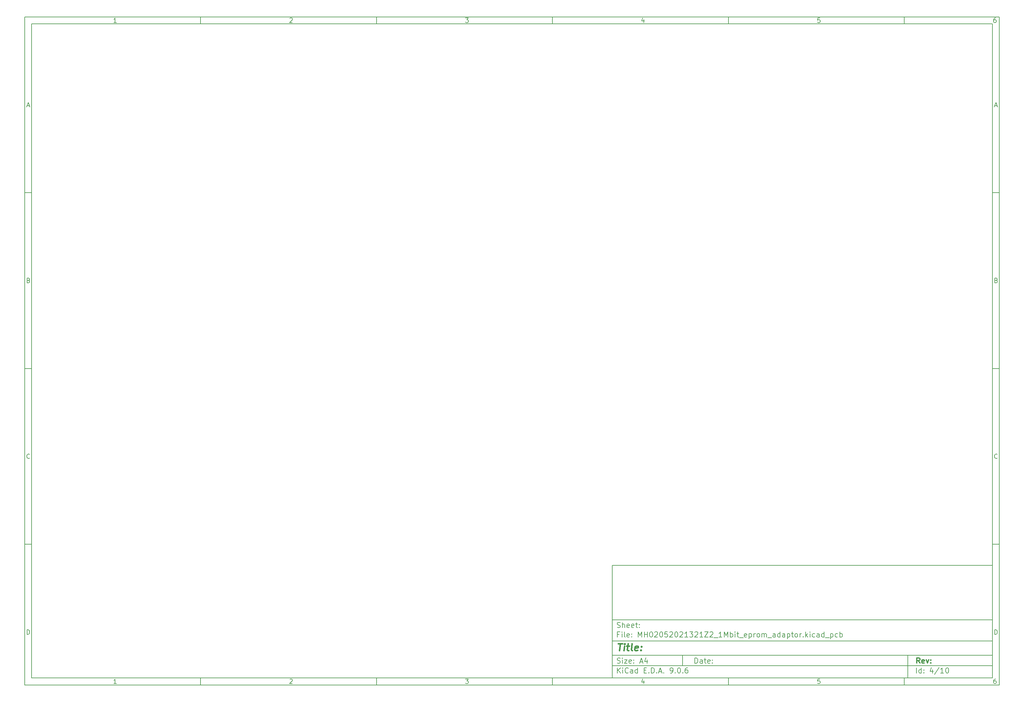
<source format=gbr>
%TF.GenerationSoftware,KiCad,Pcbnew,9.0.6*%
%TF.CreationDate,2026-01-11T11:31:52+09:00*%
%TF.ProjectId,MH02052021321Z2_1Mbit_eprom_adaptor,4d483032-3035-4323-9032-313332315a32,rev?*%
%TF.SameCoordinates,Original*%
%TF.FileFunction,Paste,Bot*%
%TF.FilePolarity,Positive*%
%FSLAX46Y46*%
G04 Gerber Fmt 4.6, Leading zero omitted, Abs format (unit mm)*
G04 Created by KiCad (PCBNEW 9.0.6) date 2026-01-11 11:31:52*
%MOMM*%
%LPD*%
G01*
G04 APERTURE LIST*
%ADD10C,0.100000*%
%ADD11C,0.150000*%
%ADD12C,0.300000*%
%ADD13C,0.400000*%
G04 APERTURE END LIST*
D10*
D11*
X177002200Y-166007200D02*
X285002200Y-166007200D01*
X285002200Y-198007200D01*
X177002200Y-198007200D01*
X177002200Y-166007200D01*
D10*
D11*
X10000000Y-10000000D02*
X287002200Y-10000000D01*
X287002200Y-200007200D01*
X10000000Y-200007200D01*
X10000000Y-10000000D01*
D10*
D11*
X12000000Y-12000000D02*
X285002200Y-12000000D01*
X285002200Y-198007200D01*
X12000000Y-198007200D01*
X12000000Y-12000000D01*
D10*
D11*
X60000000Y-12000000D02*
X60000000Y-10000000D01*
D10*
D11*
X110000000Y-12000000D02*
X110000000Y-10000000D01*
D10*
D11*
X160000000Y-12000000D02*
X160000000Y-10000000D01*
D10*
D11*
X210000000Y-12000000D02*
X210000000Y-10000000D01*
D10*
D11*
X260000000Y-12000000D02*
X260000000Y-10000000D01*
D10*
D11*
X36089160Y-11593604D02*
X35346303Y-11593604D01*
X35717731Y-11593604D02*
X35717731Y-10293604D01*
X35717731Y-10293604D02*
X35593922Y-10479319D01*
X35593922Y-10479319D02*
X35470112Y-10603128D01*
X35470112Y-10603128D02*
X35346303Y-10665033D01*
D10*
D11*
X85346303Y-10417414D02*
X85408207Y-10355509D01*
X85408207Y-10355509D02*
X85532017Y-10293604D01*
X85532017Y-10293604D02*
X85841541Y-10293604D01*
X85841541Y-10293604D02*
X85965350Y-10355509D01*
X85965350Y-10355509D02*
X86027255Y-10417414D01*
X86027255Y-10417414D02*
X86089160Y-10541223D01*
X86089160Y-10541223D02*
X86089160Y-10665033D01*
X86089160Y-10665033D02*
X86027255Y-10850747D01*
X86027255Y-10850747D02*
X85284398Y-11593604D01*
X85284398Y-11593604D02*
X86089160Y-11593604D01*
D10*
D11*
X135284398Y-10293604D02*
X136089160Y-10293604D01*
X136089160Y-10293604D02*
X135655826Y-10788842D01*
X135655826Y-10788842D02*
X135841541Y-10788842D01*
X135841541Y-10788842D02*
X135965350Y-10850747D01*
X135965350Y-10850747D02*
X136027255Y-10912652D01*
X136027255Y-10912652D02*
X136089160Y-11036461D01*
X136089160Y-11036461D02*
X136089160Y-11345985D01*
X136089160Y-11345985D02*
X136027255Y-11469795D01*
X136027255Y-11469795D02*
X135965350Y-11531700D01*
X135965350Y-11531700D02*
X135841541Y-11593604D01*
X135841541Y-11593604D02*
X135470112Y-11593604D01*
X135470112Y-11593604D02*
X135346303Y-11531700D01*
X135346303Y-11531700D02*
X135284398Y-11469795D01*
D10*
D11*
X185965350Y-10726938D02*
X185965350Y-11593604D01*
X185655826Y-10231700D02*
X185346303Y-11160271D01*
X185346303Y-11160271D02*
X186151064Y-11160271D01*
D10*
D11*
X236027255Y-10293604D02*
X235408207Y-10293604D01*
X235408207Y-10293604D02*
X235346303Y-10912652D01*
X235346303Y-10912652D02*
X235408207Y-10850747D01*
X235408207Y-10850747D02*
X235532017Y-10788842D01*
X235532017Y-10788842D02*
X235841541Y-10788842D01*
X235841541Y-10788842D02*
X235965350Y-10850747D01*
X235965350Y-10850747D02*
X236027255Y-10912652D01*
X236027255Y-10912652D02*
X236089160Y-11036461D01*
X236089160Y-11036461D02*
X236089160Y-11345985D01*
X236089160Y-11345985D02*
X236027255Y-11469795D01*
X236027255Y-11469795D02*
X235965350Y-11531700D01*
X235965350Y-11531700D02*
X235841541Y-11593604D01*
X235841541Y-11593604D02*
X235532017Y-11593604D01*
X235532017Y-11593604D02*
X235408207Y-11531700D01*
X235408207Y-11531700D02*
X235346303Y-11469795D01*
D10*
D11*
X285965350Y-10293604D02*
X285717731Y-10293604D01*
X285717731Y-10293604D02*
X285593922Y-10355509D01*
X285593922Y-10355509D02*
X285532017Y-10417414D01*
X285532017Y-10417414D02*
X285408207Y-10603128D01*
X285408207Y-10603128D02*
X285346303Y-10850747D01*
X285346303Y-10850747D02*
X285346303Y-11345985D01*
X285346303Y-11345985D02*
X285408207Y-11469795D01*
X285408207Y-11469795D02*
X285470112Y-11531700D01*
X285470112Y-11531700D02*
X285593922Y-11593604D01*
X285593922Y-11593604D02*
X285841541Y-11593604D01*
X285841541Y-11593604D02*
X285965350Y-11531700D01*
X285965350Y-11531700D02*
X286027255Y-11469795D01*
X286027255Y-11469795D02*
X286089160Y-11345985D01*
X286089160Y-11345985D02*
X286089160Y-11036461D01*
X286089160Y-11036461D02*
X286027255Y-10912652D01*
X286027255Y-10912652D02*
X285965350Y-10850747D01*
X285965350Y-10850747D02*
X285841541Y-10788842D01*
X285841541Y-10788842D02*
X285593922Y-10788842D01*
X285593922Y-10788842D02*
X285470112Y-10850747D01*
X285470112Y-10850747D02*
X285408207Y-10912652D01*
X285408207Y-10912652D02*
X285346303Y-11036461D01*
D10*
D11*
X60000000Y-198007200D02*
X60000000Y-200007200D01*
D10*
D11*
X110000000Y-198007200D02*
X110000000Y-200007200D01*
D10*
D11*
X160000000Y-198007200D02*
X160000000Y-200007200D01*
D10*
D11*
X210000000Y-198007200D02*
X210000000Y-200007200D01*
D10*
D11*
X260000000Y-198007200D02*
X260000000Y-200007200D01*
D10*
D11*
X36089160Y-199600804D02*
X35346303Y-199600804D01*
X35717731Y-199600804D02*
X35717731Y-198300804D01*
X35717731Y-198300804D02*
X35593922Y-198486519D01*
X35593922Y-198486519D02*
X35470112Y-198610328D01*
X35470112Y-198610328D02*
X35346303Y-198672233D01*
D10*
D11*
X85346303Y-198424614D02*
X85408207Y-198362709D01*
X85408207Y-198362709D02*
X85532017Y-198300804D01*
X85532017Y-198300804D02*
X85841541Y-198300804D01*
X85841541Y-198300804D02*
X85965350Y-198362709D01*
X85965350Y-198362709D02*
X86027255Y-198424614D01*
X86027255Y-198424614D02*
X86089160Y-198548423D01*
X86089160Y-198548423D02*
X86089160Y-198672233D01*
X86089160Y-198672233D02*
X86027255Y-198857947D01*
X86027255Y-198857947D02*
X85284398Y-199600804D01*
X85284398Y-199600804D02*
X86089160Y-199600804D01*
D10*
D11*
X135284398Y-198300804D02*
X136089160Y-198300804D01*
X136089160Y-198300804D02*
X135655826Y-198796042D01*
X135655826Y-198796042D02*
X135841541Y-198796042D01*
X135841541Y-198796042D02*
X135965350Y-198857947D01*
X135965350Y-198857947D02*
X136027255Y-198919852D01*
X136027255Y-198919852D02*
X136089160Y-199043661D01*
X136089160Y-199043661D02*
X136089160Y-199353185D01*
X136089160Y-199353185D02*
X136027255Y-199476995D01*
X136027255Y-199476995D02*
X135965350Y-199538900D01*
X135965350Y-199538900D02*
X135841541Y-199600804D01*
X135841541Y-199600804D02*
X135470112Y-199600804D01*
X135470112Y-199600804D02*
X135346303Y-199538900D01*
X135346303Y-199538900D02*
X135284398Y-199476995D01*
D10*
D11*
X185965350Y-198734138D02*
X185965350Y-199600804D01*
X185655826Y-198238900D02*
X185346303Y-199167471D01*
X185346303Y-199167471D02*
X186151064Y-199167471D01*
D10*
D11*
X236027255Y-198300804D02*
X235408207Y-198300804D01*
X235408207Y-198300804D02*
X235346303Y-198919852D01*
X235346303Y-198919852D02*
X235408207Y-198857947D01*
X235408207Y-198857947D02*
X235532017Y-198796042D01*
X235532017Y-198796042D02*
X235841541Y-198796042D01*
X235841541Y-198796042D02*
X235965350Y-198857947D01*
X235965350Y-198857947D02*
X236027255Y-198919852D01*
X236027255Y-198919852D02*
X236089160Y-199043661D01*
X236089160Y-199043661D02*
X236089160Y-199353185D01*
X236089160Y-199353185D02*
X236027255Y-199476995D01*
X236027255Y-199476995D02*
X235965350Y-199538900D01*
X235965350Y-199538900D02*
X235841541Y-199600804D01*
X235841541Y-199600804D02*
X235532017Y-199600804D01*
X235532017Y-199600804D02*
X235408207Y-199538900D01*
X235408207Y-199538900D02*
X235346303Y-199476995D01*
D10*
D11*
X285965350Y-198300804D02*
X285717731Y-198300804D01*
X285717731Y-198300804D02*
X285593922Y-198362709D01*
X285593922Y-198362709D02*
X285532017Y-198424614D01*
X285532017Y-198424614D02*
X285408207Y-198610328D01*
X285408207Y-198610328D02*
X285346303Y-198857947D01*
X285346303Y-198857947D02*
X285346303Y-199353185D01*
X285346303Y-199353185D02*
X285408207Y-199476995D01*
X285408207Y-199476995D02*
X285470112Y-199538900D01*
X285470112Y-199538900D02*
X285593922Y-199600804D01*
X285593922Y-199600804D02*
X285841541Y-199600804D01*
X285841541Y-199600804D02*
X285965350Y-199538900D01*
X285965350Y-199538900D02*
X286027255Y-199476995D01*
X286027255Y-199476995D02*
X286089160Y-199353185D01*
X286089160Y-199353185D02*
X286089160Y-199043661D01*
X286089160Y-199043661D02*
X286027255Y-198919852D01*
X286027255Y-198919852D02*
X285965350Y-198857947D01*
X285965350Y-198857947D02*
X285841541Y-198796042D01*
X285841541Y-198796042D02*
X285593922Y-198796042D01*
X285593922Y-198796042D02*
X285470112Y-198857947D01*
X285470112Y-198857947D02*
X285408207Y-198919852D01*
X285408207Y-198919852D02*
X285346303Y-199043661D01*
D10*
D11*
X10000000Y-60000000D02*
X12000000Y-60000000D01*
D10*
D11*
X10000000Y-110000000D02*
X12000000Y-110000000D01*
D10*
D11*
X10000000Y-160000000D02*
X12000000Y-160000000D01*
D10*
D11*
X10690476Y-35222176D02*
X11309523Y-35222176D01*
X10566666Y-35593604D02*
X10999999Y-34293604D01*
X10999999Y-34293604D02*
X11433333Y-35593604D01*
D10*
D11*
X11092857Y-84912652D02*
X11278571Y-84974557D01*
X11278571Y-84974557D02*
X11340476Y-85036461D01*
X11340476Y-85036461D02*
X11402380Y-85160271D01*
X11402380Y-85160271D02*
X11402380Y-85345985D01*
X11402380Y-85345985D02*
X11340476Y-85469795D01*
X11340476Y-85469795D02*
X11278571Y-85531700D01*
X11278571Y-85531700D02*
X11154761Y-85593604D01*
X11154761Y-85593604D02*
X10659523Y-85593604D01*
X10659523Y-85593604D02*
X10659523Y-84293604D01*
X10659523Y-84293604D02*
X11092857Y-84293604D01*
X11092857Y-84293604D02*
X11216666Y-84355509D01*
X11216666Y-84355509D02*
X11278571Y-84417414D01*
X11278571Y-84417414D02*
X11340476Y-84541223D01*
X11340476Y-84541223D02*
X11340476Y-84665033D01*
X11340476Y-84665033D02*
X11278571Y-84788842D01*
X11278571Y-84788842D02*
X11216666Y-84850747D01*
X11216666Y-84850747D02*
X11092857Y-84912652D01*
X11092857Y-84912652D02*
X10659523Y-84912652D01*
D10*
D11*
X11402380Y-135469795D02*
X11340476Y-135531700D01*
X11340476Y-135531700D02*
X11154761Y-135593604D01*
X11154761Y-135593604D02*
X11030952Y-135593604D01*
X11030952Y-135593604D02*
X10845238Y-135531700D01*
X10845238Y-135531700D02*
X10721428Y-135407890D01*
X10721428Y-135407890D02*
X10659523Y-135284080D01*
X10659523Y-135284080D02*
X10597619Y-135036461D01*
X10597619Y-135036461D02*
X10597619Y-134850747D01*
X10597619Y-134850747D02*
X10659523Y-134603128D01*
X10659523Y-134603128D02*
X10721428Y-134479319D01*
X10721428Y-134479319D02*
X10845238Y-134355509D01*
X10845238Y-134355509D02*
X11030952Y-134293604D01*
X11030952Y-134293604D02*
X11154761Y-134293604D01*
X11154761Y-134293604D02*
X11340476Y-134355509D01*
X11340476Y-134355509D02*
X11402380Y-134417414D01*
D10*
D11*
X10659523Y-185593604D02*
X10659523Y-184293604D01*
X10659523Y-184293604D02*
X10969047Y-184293604D01*
X10969047Y-184293604D02*
X11154761Y-184355509D01*
X11154761Y-184355509D02*
X11278571Y-184479319D01*
X11278571Y-184479319D02*
X11340476Y-184603128D01*
X11340476Y-184603128D02*
X11402380Y-184850747D01*
X11402380Y-184850747D02*
X11402380Y-185036461D01*
X11402380Y-185036461D02*
X11340476Y-185284080D01*
X11340476Y-185284080D02*
X11278571Y-185407890D01*
X11278571Y-185407890D02*
X11154761Y-185531700D01*
X11154761Y-185531700D02*
X10969047Y-185593604D01*
X10969047Y-185593604D02*
X10659523Y-185593604D01*
D10*
D11*
X287002200Y-60000000D02*
X285002200Y-60000000D01*
D10*
D11*
X287002200Y-110000000D02*
X285002200Y-110000000D01*
D10*
D11*
X287002200Y-160000000D02*
X285002200Y-160000000D01*
D10*
D11*
X285692676Y-35222176D02*
X286311723Y-35222176D01*
X285568866Y-35593604D02*
X286002199Y-34293604D01*
X286002199Y-34293604D02*
X286435533Y-35593604D01*
D10*
D11*
X286095057Y-84912652D02*
X286280771Y-84974557D01*
X286280771Y-84974557D02*
X286342676Y-85036461D01*
X286342676Y-85036461D02*
X286404580Y-85160271D01*
X286404580Y-85160271D02*
X286404580Y-85345985D01*
X286404580Y-85345985D02*
X286342676Y-85469795D01*
X286342676Y-85469795D02*
X286280771Y-85531700D01*
X286280771Y-85531700D02*
X286156961Y-85593604D01*
X286156961Y-85593604D02*
X285661723Y-85593604D01*
X285661723Y-85593604D02*
X285661723Y-84293604D01*
X285661723Y-84293604D02*
X286095057Y-84293604D01*
X286095057Y-84293604D02*
X286218866Y-84355509D01*
X286218866Y-84355509D02*
X286280771Y-84417414D01*
X286280771Y-84417414D02*
X286342676Y-84541223D01*
X286342676Y-84541223D02*
X286342676Y-84665033D01*
X286342676Y-84665033D02*
X286280771Y-84788842D01*
X286280771Y-84788842D02*
X286218866Y-84850747D01*
X286218866Y-84850747D02*
X286095057Y-84912652D01*
X286095057Y-84912652D02*
X285661723Y-84912652D01*
D10*
D11*
X286404580Y-135469795D02*
X286342676Y-135531700D01*
X286342676Y-135531700D02*
X286156961Y-135593604D01*
X286156961Y-135593604D02*
X286033152Y-135593604D01*
X286033152Y-135593604D02*
X285847438Y-135531700D01*
X285847438Y-135531700D02*
X285723628Y-135407890D01*
X285723628Y-135407890D02*
X285661723Y-135284080D01*
X285661723Y-135284080D02*
X285599819Y-135036461D01*
X285599819Y-135036461D02*
X285599819Y-134850747D01*
X285599819Y-134850747D02*
X285661723Y-134603128D01*
X285661723Y-134603128D02*
X285723628Y-134479319D01*
X285723628Y-134479319D02*
X285847438Y-134355509D01*
X285847438Y-134355509D02*
X286033152Y-134293604D01*
X286033152Y-134293604D02*
X286156961Y-134293604D01*
X286156961Y-134293604D02*
X286342676Y-134355509D01*
X286342676Y-134355509D02*
X286404580Y-134417414D01*
D10*
D11*
X285661723Y-185593604D02*
X285661723Y-184293604D01*
X285661723Y-184293604D02*
X285971247Y-184293604D01*
X285971247Y-184293604D02*
X286156961Y-184355509D01*
X286156961Y-184355509D02*
X286280771Y-184479319D01*
X286280771Y-184479319D02*
X286342676Y-184603128D01*
X286342676Y-184603128D02*
X286404580Y-184850747D01*
X286404580Y-184850747D02*
X286404580Y-185036461D01*
X286404580Y-185036461D02*
X286342676Y-185284080D01*
X286342676Y-185284080D02*
X286280771Y-185407890D01*
X286280771Y-185407890D02*
X286156961Y-185531700D01*
X286156961Y-185531700D02*
X285971247Y-185593604D01*
X285971247Y-185593604D02*
X285661723Y-185593604D01*
D10*
D11*
X200458026Y-193793328D02*
X200458026Y-192293328D01*
X200458026Y-192293328D02*
X200815169Y-192293328D01*
X200815169Y-192293328D02*
X201029455Y-192364757D01*
X201029455Y-192364757D02*
X201172312Y-192507614D01*
X201172312Y-192507614D02*
X201243741Y-192650471D01*
X201243741Y-192650471D02*
X201315169Y-192936185D01*
X201315169Y-192936185D02*
X201315169Y-193150471D01*
X201315169Y-193150471D02*
X201243741Y-193436185D01*
X201243741Y-193436185D02*
X201172312Y-193579042D01*
X201172312Y-193579042D02*
X201029455Y-193721900D01*
X201029455Y-193721900D02*
X200815169Y-193793328D01*
X200815169Y-193793328D02*
X200458026Y-193793328D01*
X202600884Y-193793328D02*
X202600884Y-193007614D01*
X202600884Y-193007614D02*
X202529455Y-192864757D01*
X202529455Y-192864757D02*
X202386598Y-192793328D01*
X202386598Y-192793328D02*
X202100884Y-192793328D01*
X202100884Y-192793328D02*
X201958026Y-192864757D01*
X202600884Y-193721900D02*
X202458026Y-193793328D01*
X202458026Y-193793328D02*
X202100884Y-193793328D01*
X202100884Y-193793328D02*
X201958026Y-193721900D01*
X201958026Y-193721900D02*
X201886598Y-193579042D01*
X201886598Y-193579042D02*
X201886598Y-193436185D01*
X201886598Y-193436185D02*
X201958026Y-193293328D01*
X201958026Y-193293328D02*
X202100884Y-193221900D01*
X202100884Y-193221900D02*
X202458026Y-193221900D01*
X202458026Y-193221900D02*
X202600884Y-193150471D01*
X203100884Y-192793328D02*
X203672312Y-192793328D01*
X203315169Y-192293328D02*
X203315169Y-193579042D01*
X203315169Y-193579042D02*
X203386598Y-193721900D01*
X203386598Y-193721900D02*
X203529455Y-193793328D01*
X203529455Y-193793328D02*
X203672312Y-193793328D01*
X204743741Y-193721900D02*
X204600884Y-193793328D01*
X204600884Y-193793328D02*
X204315170Y-193793328D01*
X204315170Y-193793328D02*
X204172312Y-193721900D01*
X204172312Y-193721900D02*
X204100884Y-193579042D01*
X204100884Y-193579042D02*
X204100884Y-193007614D01*
X204100884Y-193007614D02*
X204172312Y-192864757D01*
X204172312Y-192864757D02*
X204315170Y-192793328D01*
X204315170Y-192793328D02*
X204600884Y-192793328D01*
X204600884Y-192793328D02*
X204743741Y-192864757D01*
X204743741Y-192864757D02*
X204815170Y-193007614D01*
X204815170Y-193007614D02*
X204815170Y-193150471D01*
X204815170Y-193150471D02*
X204100884Y-193293328D01*
X205458026Y-193650471D02*
X205529455Y-193721900D01*
X205529455Y-193721900D02*
X205458026Y-193793328D01*
X205458026Y-193793328D02*
X205386598Y-193721900D01*
X205386598Y-193721900D02*
X205458026Y-193650471D01*
X205458026Y-193650471D02*
X205458026Y-193793328D01*
X205458026Y-192864757D02*
X205529455Y-192936185D01*
X205529455Y-192936185D02*
X205458026Y-193007614D01*
X205458026Y-193007614D02*
X205386598Y-192936185D01*
X205386598Y-192936185D02*
X205458026Y-192864757D01*
X205458026Y-192864757D02*
X205458026Y-193007614D01*
D10*
D11*
X177002200Y-194507200D02*
X285002200Y-194507200D01*
D10*
D11*
X178458026Y-196593328D02*
X178458026Y-195093328D01*
X179315169Y-196593328D02*
X178672312Y-195736185D01*
X179315169Y-195093328D02*
X178458026Y-195950471D01*
X179958026Y-196593328D02*
X179958026Y-195593328D01*
X179958026Y-195093328D02*
X179886598Y-195164757D01*
X179886598Y-195164757D02*
X179958026Y-195236185D01*
X179958026Y-195236185D02*
X180029455Y-195164757D01*
X180029455Y-195164757D02*
X179958026Y-195093328D01*
X179958026Y-195093328D02*
X179958026Y-195236185D01*
X181529455Y-196450471D02*
X181458027Y-196521900D01*
X181458027Y-196521900D02*
X181243741Y-196593328D01*
X181243741Y-196593328D02*
X181100884Y-196593328D01*
X181100884Y-196593328D02*
X180886598Y-196521900D01*
X180886598Y-196521900D02*
X180743741Y-196379042D01*
X180743741Y-196379042D02*
X180672312Y-196236185D01*
X180672312Y-196236185D02*
X180600884Y-195950471D01*
X180600884Y-195950471D02*
X180600884Y-195736185D01*
X180600884Y-195736185D02*
X180672312Y-195450471D01*
X180672312Y-195450471D02*
X180743741Y-195307614D01*
X180743741Y-195307614D02*
X180886598Y-195164757D01*
X180886598Y-195164757D02*
X181100884Y-195093328D01*
X181100884Y-195093328D02*
X181243741Y-195093328D01*
X181243741Y-195093328D02*
X181458027Y-195164757D01*
X181458027Y-195164757D02*
X181529455Y-195236185D01*
X182815170Y-196593328D02*
X182815170Y-195807614D01*
X182815170Y-195807614D02*
X182743741Y-195664757D01*
X182743741Y-195664757D02*
X182600884Y-195593328D01*
X182600884Y-195593328D02*
X182315170Y-195593328D01*
X182315170Y-195593328D02*
X182172312Y-195664757D01*
X182815170Y-196521900D02*
X182672312Y-196593328D01*
X182672312Y-196593328D02*
X182315170Y-196593328D01*
X182315170Y-196593328D02*
X182172312Y-196521900D01*
X182172312Y-196521900D02*
X182100884Y-196379042D01*
X182100884Y-196379042D02*
X182100884Y-196236185D01*
X182100884Y-196236185D02*
X182172312Y-196093328D01*
X182172312Y-196093328D02*
X182315170Y-196021900D01*
X182315170Y-196021900D02*
X182672312Y-196021900D01*
X182672312Y-196021900D02*
X182815170Y-195950471D01*
X184172313Y-196593328D02*
X184172313Y-195093328D01*
X184172313Y-196521900D02*
X184029455Y-196593328D01*
X184029455Y-196593328D02*
X183743741Y-196593328D01*
X183743741Y-196593328D02*
X183600884Y-196521900D01*
X183600884Y-196521900D02*
X183529455Y-196450471D01*
X183529455Y-196450471D02*
X183458027Y-196307614D01*
X183458027Y-196307614D02*
X183458027Y-195879042D01*
X183458027Y-195879042D02*
X183529455Y-195736185D01*
X183529455Y-195736185D02*
X183600884Y-195664757D01*
X183600884Y-195664757D02*
X183743741Y-195593328D01*
X183743741Y-195593328D02*
X184029455Y-195593328D01*
X184029455Y-195593328D02*
X184172313Y-195664757D01*
X186029455Y-195807614D02*
X186529455Y-195807614D01*
X186743741Y-196593328D02*
X186029455Y-196593328D01*
X186029455Y-196593328D02*
X186029455Y-195093328D01*
X186029455Y-195093328D02*
X186743741Y-195093328D01*
X187386598Y-196450471D02*
X187458027Y-196521900D01*
X187458027Y-196521900D02*
X187386598Y-196593328D01*
X187386598Y-196593328D02*
X187315170Y-196521900D01*
X187315170Y-196521900D02*
X187386598Y-196450471D01*
X187386598Y-196450471D02*
X187386598Y-196593328D01*
X188100884Y-196593328D02*
X188100884Y-195093328D01*
X188100884Y-195093328D02*
X188458027Y-195093328D01*
X188458027Y-195093328D02*
X188672313Y-195164757D01*
X188672313Y-195164757D02*
X188815170Y-195307614D01*
X188815170Y-195307614D02*
X188886599Y-195450471D01*
X188886599Y-195450471D02*
X188958027Y-195736185D01*
X188958027Y-195736185D02*
X188958027Y-195950471D01*
X188958027Y-195950471D02*
X188886599Y-196236185D01*
X188886599Y-196236185D02*
X188815170Y-196379042D01*
X188815170Y-196379042D02*
X188672313Y-196521900D01*
X188672313Y-196521900D02*
X188458027Y-196593328D01*
X188458027Y-196593328D02*
X188100884Y-196593328D01*
X189600884Y-196450471D02*
X189672313Y-196521900D01*
X189672313Y-196521900D02*
X189600884Y-196593328D01*
X189600884Y-196593328D02*
X189529456Y-196521900D01*
X189529456Y-196521900D02*
X189600884Y-196450471D01*
X189600884Y-196450471D02*
X189600884Y-196593328D01*
X190243742Y-196164757D02*
X190958028Y-196164757D01*
X190100885Y-196593328D02*
X190600885Y-195093328D01*
X190600885Y-195093328D02*
X191100885Y-196593328D01*
X191600884Y-196450471D02*
X191672313Y-196521900D01*
X191672313Y-196521900D02*
X191600884Y-196593328D01*
X191600884Y-196593328D02*
X191529456Y-196521900D01*
X191529456Y-196521900D02*
X191600884Y-196450471D01*
X191600884Y-196450471D02*
X191600884Y-196593328D01*
X193529456Y-196593328D02*
X193815170Y-196593328D01*
X193815170Y-196593328D02*
X193958027Y-196521900D01*
X193958027Y-196521900D02*
X194029456Y-196450471D01*
X194029456Y-196450471D02*
X194172313Y-196236185D01*
X194172313Y-196236185D02*
X194243742Y-195950471D01*
X194243742Y-195950471D02*
X194243742Y-195379042D01*
X194243742Y-195379042D02*
X194172313Y-195236185D01*
X194172313Y-195236185D02*
X194100885Y-195164757D01*
X194100885Y-195164757D02*
X193958027Y-195093328D01*
X193958027Y-195093328D02*
X193672313Y-195093328D01*
X193672313Y-195093328D02*
X193529456Y-195164757D01*
X193529456Y-195164757D02*
X193458027Y-195236185D01*
X193458027Y-195236185D02*
X193386599Y-195379042D01*
X193386599Y-195379042D02*
X193386599Y-195736185D01*
X193386599Y-195736185D02*
X193458027Y-195879042D01*
X193458027Y-195879042D02*
X193529456Y-195950471D01*
X193529456Y-195950471D02*
X193672313Y-196021900D01*
X193672313Y-196021900D02*
X193958027Y-196021900D01*
X193958027Y-196021900D02*
X194100885Y-195950471D01*
X194100885Y-195950471D02*
X194172313Y-195879042D01*
X194172313Y-195879042D02*
X194243742Y-195736185D01*
X194886598Y-196450471D02*
X194958027Y-196521900D01*
X194958027Y-196521900D02*
X194886598Y-196593328D01*
X194886598Y-196593328D02*
X194815170Y-196521900D01*
X194815170Y-196521900D02*
X194886598Y-196450471D01*
X194886598Y-196450471D02*
X194886598Y-196593328D01*
X195886599Y-195093328D02*
X196029456Y-195093328D01*
X196029456Y-195093328D02*
X196172313Y-195164757D01*
X196172313Y-195164757D02*
X196243742Y-195236185D01*
X196243742Y-195236185D02*
X196315170Y-195379042D01*
X196315170Y-195379042D02*
X196386599Y-195664757D01*
X196386599Y-195664757D02*
X196386599Y-196021900D01*
X196386599Y-196021900D02*
X196315170Y-196307614D01*
X196315170Y-196307614D02*
X196243742Y-196450471D01*
X196243742Y-196450471D02*
X196172313Y-196521900D01*
X196172313Y-196521900D02*
X196029456Y-196593328D01*
X196029456Y-196593328D02*
X195886599Y-196593328D01*
X195886599Y-196593328D02*
X195743742Y-196521900D01*
X195743742Y-196521900D02*
X195672313Y-196450471D01*
X195672313Y-196450471D02*
X195600884Y-196307614D01*
X195600884Y-196307614D02*
X195529456Y-196021900D01*
X195529456Y-196021900D02*
X195529456Y-195664757D01*
X195529456Y-195664757D02*
X195600884Y-195379042D01*
X195600884Y-195379042D02*
X195672313Y-195236185D01*
X195672313Y-195236185D02*
X195743742Y-195164757D01*
X195743742Y-195164757D02*
X195886599Y-195093328D01*
X197029455Y-196450471D02*
X197100884Y-196521900D01*
X197100884Y-196521900D02*
X197029455Y-196593328D01*
X197029455Y-196593328D02*
X196958027Y-196521900D01*
X196958027Y-196521900D02*
X197029455Y-196450471D01*
X197029455Y-196450471D02*
X197029455Y-196593328D01*
X198386599Y-195093328D02*
X198100884Y-195093328D01*
X198100884Y-195093328D02*
X197958027Y-195164757D01*
X197958027Y-195164757D02*
X197886599Y-195236185D01*
X197886599Y-195236185D02*
X197743741Y-195450471D01*
X197743741Y-195450471D02*
X197672313Y-195736185D01*
X197672313Y-195736185D02*
X197672313Y-196307614D01*
X197672313Y-196307614D02*
X197743741Y-196450471D01*
X197743741Y-196450471D02*
X197815170Y-196521900D01*
X197815170Y-196521900D02*
X197958027Y-196593328D01*
X197958027Y-196593328D02*
X198243741Y-196593328D01*
X198243741Y-196593328D02*
X198386599Y-196521900D01*
X198386599Y-196521900D02*
X198458027Y-196450471D01*
X198458027Y-196450471D02*
X198529456Y-196307614D01*
X198529456Y-196307614D02*
X198529456Y-195950471D01*
X198529456Y-195950471D02*
X198458027Y-195807614D01*
X198458027Y-195807614D02*
X198386599Y-195736185D01*
X198386599Y-195736185D02*
X198243741Y-195664757D01*
X198243741Y-195664757D02*
X197958027Y-195664757D01*
X197958027Y-195664757D02*
X197815170Y-195736185D01*
X197815170Y-195736185D02*
X197743741Y-195807614D01*
X197743741Y-195807614D02*
X197672313Y-195950471D01*
D10*
D11*
X177002200Y-191507200D02*
X285002200Y-191507200D01*
D10*
D12*
X264413853Y-193785528D02*
X263913853Y-193071242D01*
X263556710Y-193785528D02*
X263556710Y-192285528D01*
X263556710Y-192285528D02*
X264128139Y-192285528D01*
X264128139Y-192285528D02*
X264270996Y-192356957D01*
X264270996Y-192356957D02*
X264342425Y-192428385D01*
X264342425Y-192428385D02*
X264413853Y-192571242D01*
X264413853Y-192571242D02*
X264413853Y-192785528D01*
X264413853Y-192785528D02*
X264342425Y-192928385D01*
X264342425Y-192928385D02*
X264270996Y-192999814D01*
X264270996Y-192999814D02*
X264128139Y-193071242D01*
X264128139Y-193071242D02*
X263556710Y-193071242D01*
X265628139Y-193714100D02*
X265485282Y-193785528D01*
X265485282Y-193785528D02*
X265199568Y-193785528D01*
X265199568Y-193785528D02*
X265056710Y-193714100D01*
X265056710Y-193714100D02*
X264985282Y-193571242D01*
X264985282Y-193571242D02*
X264985282Y-192999814D01*
X264985282Y-192999814D02*
X265056710Y-192856957D01*
X265056710Y-192856957D02*
X265199568Y-192785528D01*
X265199568Y-192785528D02*
X265485282Y-192785528D01*
X265485282Y-192785528D02*
X265628139Y-192856957D01*
X265628139Y-192856957D02*
X265699568Y-192999814D01*
X265699568Y-192999814D02*
X265699568Y-193142671D01*
X265699568Y-193142671D02*
X264985282Y-193285528D01*
X266199567Y-192785528D02*
X266556710Y-193785528D01*
X266556710Y-193785528D02*
X266913853Y-192785528D01*
X267485281Y-193642671D02*
X267556710Y-193714100D01*
X267556710Y-193714100D02*
X267485281Y-193785528D01*
X267485281Y-193785528D02*
X267413853Y-193714100D01*
X267413853Y-193714100D02*
X267485281Y-193642671D01*
X267485281Y-193642671D02*
X267485281Y-193785528D01*
X267485281Y-192856957D02*
X267556710Y-192928385D01*
X267556710Y-192928385D02*
X267485281Y-192999814D01*
X267485281Y-192999814D02*
X267413853Y-192928385D01*
X267413853Y-192928385D02*
X267485281Y-192856957D01*
X267485281Y-192856957D02*
X267485281Y-192999814D01*
D10*
D11*
X178386598Y-193721900D02*
X178600884Y-193793328D01*
X178600884Y-193793328D02*
X178958026Y-193793328D01*
X178958026Y-193793328D02*
X179100884Y-193721900D01*
X179100884Y-193721900D02*
X179172312Y-193650471D01*
X179172312Y-193650471D02*
X179243741Y-193507614D01*
X179243741Y-193507614D02*
X179243741Y-193364757D01*
X179243741Y-193364757D02*
X179172312Y-193221900D01*
X179172312Y-193221900D02*
X179100884Y-193150471D01*
X179100884Y-193150471D02*
X178958026Y-193079042D01*
X178958026Y-193079042D02*
X178672312Y-193007614D01*
X178672312Y-193007614D02*
X178529455Y-192936185D01*
X178529455Y-192936185D02*
X178458026Y-192864757D01*
X178458026Y-192864757D02*
X178386598Y-192721900D01*
X178386598Y-192721900D02*
X178386598Y-192579042D01*
X178386598Y-192579042D02*
X178458026Y-192436185D01*
X178458026Y-192436185D02*
X178529455Y-192364757D01*
X178529455Y-192364757D02*
X178672312Y-192293328D01*
X178672312Y-192293328D02*
X179029455Y-192293328D01*
X179029455Y-192293328D02*
X179243741Y-192364757D01*
X179886597Y-193793328D02*
X179886597Y-192793328D01*
X179886597Y-192293328D02*
X179815169Y-192364757D01*
X179815169Y-192364757D02*
X179886597Y-192436185D01*
X179886597Y-192436185D02*
X179958026Y-192364757D01*
X179958026Y-192364757D02*
X179886597Y-192293328D01*
X179886597Y-192293328D02*
X179886597Y-192436185D01*
X180458026Y-192793328D02*
X181243741Y-192793328D01*
X181243741Y-192793328D02*
X180458026Y-193793328D01*
X180458026Y-193793328D02*
X181243741Y-193793328D01*
X182386598Y-193721900D02*
X182243741Y-193793328D01*
X182243741Y-193793328D02*
X181958027Y-193793328D01*
X181958027Y-193793328D02*
X181815169Y-193721900D01*
X181815169Y-193721900D02*
X181743741Y-193579042D01*
X181743741Y-193579042D02*
X181743741Y-193007614D01*
X181743741Y-193007614D02*
X181815169Y-192864757D01*
X181815169Y-192864757D02*
X181958027Y-192793328D01*
X181958027Y-192793328D02*
X182243741Y-192793328D01*
X182243741Y-192793328D02*
X182386598Y-192864757D01*
X182386598Y-192864757D02*
X182458027Y-193007614D01*
X182458027Y-193007614D02*
X182458027Y-193150471D01*
X182458027Y-193150471D02*
X181743741Y-193293328D01*
X183100883Y-193650471D02*
X183172312Y-193721900D01*
X183172312Y-193721900D02*
X183100883Y-193793328D01*
X183100883Y-193793328D02*
X183029455Y-193721900D01*
X183029455Y-193721900D02*
X183100883Y-193650471D01*
X183100883Y-193650471D02*
X183100883Y-193793328D01*
X183100883Y-192864757D02*
X183172312Y-192936185D01*
X183172312Y-192936185D02*
X183100883Y-193007614D01*
X183100883Y-193007614D02*
X183029455Y-192936185D01*
X183029455Y-192936185D02*
X183100883Y-192864757D01*
X183100883Y-192864757D02*
X183100883Y-193007614D01*
X184886598Y-193364757D02*
X185600884Y-193364757D01*
X184743741Y-193793328D02*
X185243741Y-192293328D01*
X185243741Y-192293328D02*
X185743741Y-193793328D01*
X186886598Y-192793328D02*
X186886598Y-193793328D01*
X186529455Y-192221900D02*
X186172312Y-193293328D01*
X186172312Y-193293328D02*
X187100883Y-193293328D01*
D10*
D11*
X263458026Y-196593328D02*
X263458026Y-195093328D01*
X264815170Y-196593328D02*
X264815170Y-195093328D01*
X264815170Y-196521900D02*
X264672312Y-196593328D01*
X264672312Y-196593328D02*
X264386598Y-196593328D01*
X264386598Y-196593328D02*
X264243741Y-196521900D01*
X264243741Y-196521900D02*
X264172312Y-196450471D01*
X264172312Y-196450471D02*
X264100884Y-196307614D01*
X264100884Y-196307614D02*
X264100884Y-195879042D01*
X264100884Y-195879042D02*
X264172312Y-195736185D01*
X264172312Y-195736185D02*
X264243741Y-195664757D01*
X264243741Y-195664757D02*
X264386598Y-195593328D01*
X264386598Y-195593328D02*
X264672312Y-195593328D01*
X264672312Y-195593328D02*
X264815170Y-195664757D01*
X265529455Y-196450471D02*
X265600884Y-196521900D01*
X265600884Y-196521900D02*
X265529455Y-196593328D01*
X265529455Y-196593328D02*
X265458027Y-196521900D01*
X265458027Y-196521900D02*
X265529455Y-196450471D01*
X265529455Y-196450471D02*
X265529455Y-196593328D01*
X265529455Y-195664757D02*
X265600884Y-195736185D01*
X265600884Y-195736185D02*
X265529455Y-195807614D01*
X265529455Y-195807614D02*
X265458027Y-195736185D01*
X265458027Y-195736185D02*
X265529455Y-195664757D01*
X265529455Y-195664757D02*
X265529455Y-195807614D01*
X268029456Y-195593328D02*
X268029456Y-196593328D01*
X267672313Y-195021900D02*
X267315170Y-196093328D01*
X267315170Y-196093328D02*
X268243741Y-196093328D01*
X269886598Y-195021900D02*
X268600884Y-196950471D01*
X271172313Y-196593328D02*
X270315170Y-196593328D01*
X270743741Y-196593328D02*
X270743741Y-195093328D01*
X270743741Y-195093328D02*
X270600884Y-195307614D01*
X270600884Y-195307614D02*
X270458027Y-195450471D01*
X270458027Y-195450471D02*
X270315170Y-195521900D01*
X272100884Y-195093328D02*
X272243741Y-195093328D01*
X272243741Y-195093328D02*
X272386598Y-195164757D01*
X272386598Y-195164757D02*
X272458027Y-195236185D01*
X272458027Y-195236185D02*
X272529455Y-195379042D01*
X272529455Y-195379042D02*
X272600884Y-195664757D01*
X272600884Y-195664757D02*
X272600884Y-196021900D01*
X272600884Y-196021900D02*
X272529455Y-196307614D01*
X272529455Y-196307614D02*
X272458027Y-196450471D01*
X272458027Y-196450471D02*
X272386598Y-196521900D01*
X272386598Y-196521900D02*
X272243741Y-196593328D01*
X272243741Y-196593328D02*
X272100884Y-196593328D01*
X272100884Y-196593328D02*
X271958027Y-196521900D01*
X271958027Y-196521900D02*
X271886598Y-196450471D01*
X271886598Y-196450471D02*
X271815169Y-196307614D01*
X271815169Y-196307614D02*
X271743741Y-196021900D01*
X271743741Y-196021900D02*
X271743741Y-195664757D01*
X271743741Y-195664757D02*
X271815169Y-195379042D01*
X271815169Y-195379042D02*
X271886598Y-195236185D01*
X271886598Y-195236185D02*
X271958027Y-195164757D01*
X271958027Y-195164757D02*
X272100884Y-195093328D01*
D10*
D11*
X177002200Y-187507200D02*
X285002200Y-187507200D01*
D10*
D13*
X178693928Y-188211638D02*
X179836785Y-188211638D01*
X179015357Y-190211638D02*
X179265357Y-188211638D01*
X180253452Y-190211638D02*
X180420119Y-188878304D01*
X180503452Y-188211638D02*
X180396309Y-188306876D01*
X180396309Y-188306876D02*
X180479643Y-188402114D01*
X180479643Y-188402114D02*
X180586786Y-188306876D01*
X180586786Y-188306876D02*
X180503452Y-188211638D01*
X180503452Y-188211638D02*
X180479643Y-188402114D01*
X181086786Y-188878304D02*
X181848690Y-188878304D01*
X181455833Y-188211638D02*
X181241548Y-189925923D01*
X181241548Y-189925923D02*
X181312976Y-190116400D01*
X181312976Y-190116400D02*
X181491548Y-190211638D01*
X181491548Y-190211638D02*
X181682024Y-190211638D01*
X182634405Y-190211638D02*
X182455833Y-190116400D01*
X182455833Y-190116400D02*
X182384405Y-189925923D01*
X182384405Y-189925923D02*
X182598690Y-188211638D01*
X184170119Y-190116400D02*
X183967738Y-190211638D01*
X183967738Y-190211638D02*
X183586785Y-190211638D01*
X183586785Y-190211638D02*
X183408214Y-190116400D01*
X183408214Y-190116400D02*
X183336785Y-189925923D01*
X183336785Y-189925923D02*
X183432024Y-189164019D01*
X183432024Y-189164019D02*
X183551071Y-188973542D01*
X183551071Y-188973542D02*
X183753452Y-188878304D01*
X183753452Y-188878304D02*
X184134404Y-188878304D01*
X184134404Y-188878304D02*
X184312976Y-188973542D01*
X184312976Y-188973542D02*
X184384404Y-189164019D01*
X184384404Y-189164019D02*
X184360595Y-189354495D01*
X184360595Y-189354495D02*
X183384404Y-189544971D01*
X185134405Y-190021161D02*
X185217738Y-190116400D01*
X185217738Y-190116400D02*
X185110595Y-190211638D01*
X185110595Y-190211638D02*
X185027262Y-190116400D01*
X185027262Y-190116400D02*
X185134405Y-190021161D01*
X185134405Y-190021161D02*
X185110595Y-190211638D01*
X185265357Y-188973542D02*
X185348690Y-189068780D01*
X185348690Y-189068780D02*
X185241548Y-189164019D01*
X185241548Y-189164019D02*
X185158214Y-189068780D01*
X185158214Y-189068780D02*
X185265357Y-188973542D01*
X185265357Y-188973542D02*
X185241548Y-189164019D01*
D10*
D11*
X178958026Y-185607614D02*
X178458026Y-185607614D01*
X178458026Y-186393328D02*
X178458026Y-184893328D01*
X178458026Y-184893328D02*
X179172312Y-184893328D01*
X179743740Y-186393328D02*
X179743740Y-185393328D01*
X179743740Y-184893328D02*
X179672312Y-184964757D01*
X179672312Y-184964757D02*
X179743740Y-185036185D01*
X179743740Y-185036185D02*
X179815169Y-184964757D01*
X179815169Y-184964757D02*
X179743740Y-184893328D01*
X179743740Y-184893328D02*
X179743740Y-185036185D01*
X180672312Y-186393328D02*
X180529455Y-186321900D01*
X180529455Y-186321900D02*
X180458026Y-186179042D01*
X180458026Y-186179042D02*
X180458026Y-184893328D01*
X181815169Y-186321900D02*
X181672312Y-186393328D01*
X181672312Y-186393328D02*
X181386598Y-186393328D01*
X181386598Y-186393328D02*
X181243740Y-186321900D01*
X181243740Y-186321900D02*
X181172312Y-186179042D01*
X181172312Y-186179042D02*
X181172312Y-185607614D01*
X181172312Y-185607614D02*
X181243740Y-185464757D01*
X181243740Y-185464757D02*
X181386598Y-185393328D01*
X181386598Y-185393328D02*
X181672312Y-185393328D01*
X181672312Y-185393328D02*
X181815169Y-185464757D01*
X181815169Y-185464757D02*
X181886598Y-185607614D01*
X181886598Y-185607614D02*
X181886598Y-185750471D01*
X181886598Y-185750471D02*
X181172312Y-185893328D01*
X182529454Y-186250471D02*
X182600883Y-186321900D01*
X182600883Y-186321900D02*
X182529454Y-186393328D01*
X182529454Y-186393328D02*
X182458026Y-186321900D01*
X182458026Y-186321900D02*
X182529454Y-186250471D01*
X182529454Y-186250471D02*
X182529454Y-186393328D01*
X182529454Y-185464757D02*
X182600883Y-185536185D01*
X182600883Y-185536185D02*
X182529454Y-185607614D01*
X182529454Y-185607614D02*
X182458026Y-185536185D01*
X182458026Y-185536185D02*
X182529454Y-185464757D01*
X182529454Y-185464757D02*
X182529454Y-185607614D01*
X184386597Y-186393328D02*
X184386597Y-184893328D01*
X184386597Y-184893328D02*
X184886597Y-185964757D01*
X184886597Y-185964757D02*
X185386597Y-184893328D01*
X185386597Y-184893328D02*
X185386597Y-186393328D01*
X186100883Y-186393328D02*
X186100883Y-184893328D01*
X186100883Y-185607614D02*
X186958026Y-185607614D01*
X186958026Y-186393328D02*
X186958026Y-184893328D01*
X187958027Y-184893328D02*
X188100884Y-184893328D01*
X188100884Y-184893328D02*
X188243741Y-184964757D01*
X188243741Y-184964757D02*
X188315170Y-185036185D01*
X188315170Y-185036185D02*
X188386598Y-185179042D01*
X188386598Y-185179042D02*
X188458027Y-185464757D01*
X188458027Y-185464757D02*
X188458027Y-185821900D01*
X188458027Y-185821900D02*
X188386598Y-186107614D01*
X188386598Y-186107614D02*
X188315170Y-186250471D01*
X188315170Y-186250471D02*
X188243741Y-186321900D01*
X188243741Y-186321900D02*
X188100884Y-186393328D01*
X188100884Y-186393328D02*
X187958027Y-186393328D01*
X187958027Y-186393328D02*
X187815170Y-186321900D01*
X187815170Y-186321900D02*
X187743741Y-186250471D01*
X187743741Y-186250471D02*
X187672312Y-186107614D01*
X187672312Y-186107614D02*
X187600884Y-185821900D01*
X187600884Y-185821900D02*
X187600884Y-185464757D01*
X187600884Y-185464757D02*
X187672312Y-185179042D01*
X187672312Y-185179042D02*
X187743741Y-185036185D01*
X187743741Y-185036185D02*
X187815170Y-184964757D01*
X187815170Y-184964757D02*
X187958027Y-184893328D01*
X189029455Y-185036185D02*
X189100883Y-184964757D01*
X189100883Y-184964757D02*
X189243741Y-184893328D01*
X189243741Y-184893328D02*
X189600883Y-184893328D01*
X189600883Y-184893328D02*
X189743741Y-184964757D01*
X189743741Y-184964757D02*
X189815169Y-185036185D01*
X189815169Y-185036185D02*
X189886598Y-185179042D01*
X189886598Y-185179042D02*
X189886598Y-185321900D01*
X189886598Y-185321900D02*
X189815169Y-185536185D01*
X189815169Y-185536185D02*
X188958026Y-186393328D01*
X188958026Y-186393328D02*
X189886598Y-186393328D01*
X190815169Y-184893328D02*
X190958026Y-184893328D01*
X190958026Y-184893328D02*
X191100883Y-184964757D01*
X191100883Y-184964757D02*
X191172312Y-185036185D01*
X191172312Y-185036185D02*
X191243740Y-185179042D01*
X191243740Y-185179042D02*
X191315169Y-185464757D01*
X191315169Y-185464757D02*
X191315169Y-185821900D01*
X191315169Y-185821900D02*
X191243740Y-186107614D01*
X191243740Y-186107614D02*
X191172312Y-186250471D01*
X191172312Y-186250471D02*
X191100883Y-186321900D01*
X191100883Y-186321900D02*
X190958026Y-186393328D01*
X190958026Y-186393328D02*
X190815169Y-186393328D01*
X190815169Y-186393328D02*
X190672312Y-186321900D01*
X190672312Y-186321900D02*
X190600883Y-186250471D01*
X190600883Y-186250471D02*
X190529454Y-186107614D01*
X190529454Y-186107614D02*
X190458026Y-185821900D01*
X190458026Y-185821900D02*
X190458026Y-185464757D01*
X190458026Y-185464757D02*
X190529454Y-185179042D01*
X190529454Y-185179042D02*
X190600883Y-185036185D01*
X190600883Y-185036185D02*
X190672312Y-184964757D01*
X190672312Y-184964757D02*
X190815169Y-184893328D01*
X192672311Y-184893328D02*
X191958025Y-184893328D01*
X191958025Y-184893328D02*
X191886597Y-185607614D01*
X191886597Y-185607614D02*
X191958025Y-185536185D01*
X191958025Y-185536185D02*
X192100883Y-185464757D01*
X192100883Y-185464757D02*
X192458025Y-185464757D01*
X192458025Y-185464757D02*
X192600883Y-185536185D01*
X192600883Y-185536185D02*
X192672311Y-185607614D01*
X192672311Y-185607614D02*
X192743740Y-185750471D01*
X192743740Y-185750471D02*
X192743740Y-186107614D01*
X192743740Y-186107614D02*
X192672311Y-186250471D01*
X192672311Y-186250471D02*
X192600883Y-186321900D01*
X192600883Y-186321900D02*
X192458025Y-186393328D01*
X192458025Y-186393328D02*
X192100883Y-186393328D01*
X192100883Y-186393328D02*
X191958025Y-186321900D01*
X191958025Y-186321900D02*
X191886597Y-186250471D01*
X193315168Y-185036185D02*
X193386596Y-184964757D01*
X193386596Y-184964757D02*
X193529454Y-184893328D01*
X193529454Y-184893328D02*
X193886596Y-184893328D01*
X193886596Y-184893328D02*
X194029454Y-184964757D01*
X194029454Y-184964757D02*
X194100882Y-185036185D01*
X194100882Y-185036185D02*
X194172311Y-185179042D01*
X194172311Y-185179042D02*
X194172311Y-185321900D01*
X194172311Y-185321900D02*
X194100882Y-185536185D01*
X194100882Y-185536185D02*
X193243739Y-186393328D01*
X193243739Y-186393328D02*
X194172311Y-186393328D01*
X195100882Y-184893328D02*
X195243739Y-184893328D01*
X195243739Y-184893328D02*
X195386596Y-184964757D01*
X195386596Y-184964757D02*
X195458025Y-185036185D01*
X195458025Y-185036185D02*
X195529453Y-185179042D01*
X195529453Y-185179042D02*
X195600882Y-185464757D01*
X195600882Y-185464757D02*
X195600882Y-185821900D01*
X195600882Y-185821900D02*
X195529453Y-186107614D01*
X195529453Y-186107614D02*
X195458025Y-186250471D01*
X195458025Y-186250471D02*
X195386596Y-186321900D01*
X195386596Y-186321900D02*
X195243739Y-186393328D01*
X195243739Y-186393328D02*
X195100882Y-186393328D01*
X195100882Y-186393328D02*
X194958025Y-186321900D01*
X194958025Y-186321900D02*
X194886596Y-186250471D01*
X194886596Y-186250471D02*
X194815167Y-186107614D01*
X194815167Y-186107614D02*
X194743739Y-185821900D01*
X194743739Y-185821900D02*
X194743739Y-185464757D01*
X194743739Y-185464757D02*
X194815167Y-185179042D01*
X194815167Y-185179042D02*
X194886596Y-185036185D01*
X194886596Y-185036185D02*
X194958025Y-184964757D01*
X194958025Y-184964757D02*
X195100882Y-184893328D01*
X196172310Y-185036185D02*
X196243738Y-184964757D01*
X196243738Y-184964757D02*
X196386596Y-184893328D01*
X196386596Y-184893328D02*
X196743738Y-184893328D01*
X196743738Y-184893328D02*
X196886596Y-184964757D01*
X196886596Y-184964757D02*
X196958024Y-185036185D01*
X196958024Y-185036185D02*
X197029453Y-185179042D01*
X197029453Y-185179042D02*
X197029453Y-185321900D01*
X197029453Y-185321900D02*
X196958024Y-185536185D01*
X196958024Y-185536185D02*
X196100881Y-186393328D01*
X196100881Y-186393328D02*
X197029453Y-186393328D01*
X198458024Y-186393328D02*
X197600881Y-186393328D01*
X198029452Y-186393328D02*
X198029452Y-184893328D01*
X198029452Y-184893328D02*
X197886595Y-185107614D01*
X197886595Y-185107614D02*
X197743738Y-185250471D01*
X197743738Y-185250471D02*
X197600881Y-185321900D01*
X198958023Y-184893328D02*
X199886595Y-184893328D01*
X199886595Y-184893328D02*
X199386595Y-185464757D01*
X199386595Y-185464757D02*
X199600880Y-185464757D01*
X199600880Y-185464757D02*
X199743738Y-185536185D01*
X199743738Y-185536185D02*
X199815166Y-185607614D01*
X199815166Y-185607614D02*
X199886595Y-185750471D01*
X199886595Y-185750471D02*
X199886595Y-186107614D01*
X199886595Y-186107614D02*
X199815166Y-186250471D01*
X199815166Y-186250471D02*
X199743738Y-186321900D01*
X199743738Y-186321900D02*
X199600880Y-186393328D01*
X199600880Y-186393328D02*
X199172309Y-186393328D01*
X199172309Y-186393328D02*
X199029452Y-186321900D01*
X199029452Y-186321900D02*
X198958023Y-186250471D01*
X200458023Y-185036185D02*
X200529451Y-184964757D01*
X200529451Y-184964757D02*
X200672309Y-184893328D01*
X200672309Y-184893328D02*
X201029451Y-184893328D01*
X201029451Y-184893328D02*
X201172309Y-184964757D01*
X201172309Y-184964757D02*
X201243737Y-185036185D01*
X201243737Y-185036185D02*
X201315166Y-185179042D01*
X201315166Y-185179042D02*
X201315166Y-185321900D01*
X201315166Y-185321900D02*
X201243737Y-185536185D01*
X201243737Y-185536185D02*
X200386594Y-186393328D01*
X200386594Y-186393328D02*
X201315166Y-186393328D01*
X202743737Y-186393328D02*
X201886594Y-186393328D01*
X202315165Y-186393328D02*
X202315165Y-184893328D01*
X202315165Y-184893328D02*
X202172308Y-185107614D01*
X202172308Y-185107614D02*
X202029451Y-185250471D01*
X202029451Y-185250471D02*
X201886594Y-185321900D01*
X203243736Y-184893328D02*
X204243736Y-184893328D01*
X204243736Y-184893328D02*
X203243736Y-186393328D01*
X203243736Y-186393328D02*
X204243736Y-186393328D01*
X204743736Y-185036185D02*
X204815164Y-184964757D01*
X204815164Y-184964757D02*
X204958022Y-184893328D01*
X204958022Y-184893328D02*
X205315164Y-184893328D01*
X205315164Y-184893328D02*
X205458022Y-184964757D01*
X205458022Y-184964757D02*
X205529450Y-185036185D01*
X205529450Y-185036185D02*
X205600879Y-185179042D01*
X205600879Y-185179042D02*
X205600879Y-185321900D01*
X205600879Y-185321900D02*
X205529450Y-185536185D01*
X205529450Y-185536185D02*
X204672307Y-186393328D01*
X204672307Y-186393328D02*
X205600879Y-186393328D01*
X205886593Y-186536185D02*
X207029450Y-186536185D01*
X208172307Y-186393328D02*
X207315164Y-186393328D01*
X207743735Y-186393328D02*
X207743735Y-184893328D01*
X207743735Y-184893328D02*
X207600878Y-185107614D01*
X207600878Y-185107614D02*
X207458021Y-185250471D01*
X207458021Y-185250471D02*
X207315164Y-185321900D01*
X208815163Y-186393328D02*
X208815163Y-184893328D01*
X208815163Y-184893328D02*
X209315163Y-185964757D01*
X209315163Y-185964757D02*
X209815163Y-184893328D01*
X209815163Y-184893328D02*
X209815163Y-186393328D01*
X210529449Y-186393328D02*
X210529449Y-184893328D01*
X210529449Y-185464757D02*
X210672307Y-185393328D01*
X210672307Y-185393328D02*
X210958021Y-185393328D01*
X210958021Y-185393328D02*
X211100878Y-185464757D01*
X211100878Y-185464757D02*
X211172307Y-185536185D01*
X211172307Y-185536185D02*
X211243735Y-185679042D01*
X211243735Y-185679042D02*
X211243735Y-186107614D01*
X211243735Y-186107614D02*
X211172307Y-186250471D01*
X211172307Y-186250471D02*
X211100878Y-186321900D01*
X211100878Y-186321900D02*
X210958021Y-186393328D01*
X210958021Y-186393328D02*
X210672307Y-186393328D01*
X210672307Y-186393328D02*
X210529449Y-186321900D01*
X211886592Y-186393328D02*
X211886592Y-185393328D01*
X211886592Y-184893328D02*
X211815164Y-184964757D01*
X211815164Y-184964757D02*
X211886592Y-185036185D01*
X211886592Y-185036185D02*
X211958021Y-184964757D01*
X211958021Y-184964757D02*
X211886592Y-184893328D01*
X211886592Y-184893328D02*
X211886592Y-185036185D01*
X212386593Y-185393328D02*
X212958021Y-185393328D01*
X212600878Y-184893328D02*
X212600878Y-186179042D01*
X212600878Y-186179042D02*
X212672307Y-186321900D01*
X212672307Y-186321900D02*
X212815164Y-186393328D01*
X212815164Y-186393328D02*
X212958021Y-186393328D01*
X213100879Y-186536185D02*
X214243736Y-186536185D01*
X215172307Y-186321900D02*
X215029450Y-186393328D01*
X215029450Y-186393328D02*
X214743736Y-186393328D01*
X214743736Y-186393328D02*
X214600878Y-186321900D01*
X214600878Y-186321900D02*
X214529450Y-186179042D01*
X214529450Y-186179042D02*
X214529450Y-185607614D01*
X214529450Y-185607614D02*
X214600878Y-185464757D01*
X214600878Y-185464757D02*
X214743736Y-185393328D01*
X214743736Y-185393328D02*
X215029450Y-185393328D01*
X215029450Y-185393328D02*
X215172307Y-185464757D01*
X215172307Y-185464757D02*
X215243736Y-185607614D01*
X215243736Y-185607614D02*
X215243736Y-185750471D01*
X215243736Y-185750471D02*
X214529450Y-185893328D01*
X215886592Y-185393328D02*
X215886592Y-186893328D01*
X215886592Y-185464757D02*
X216029450Y-185393328D01*
X216029450Y-185393328D02*
X216315164Y-185393328D01*
X216315164Y-185393328D02*
X216458021Y-185464757D01*
X216458021Y-185464757D02*
X216529450Y-185536185D01*
X216529450Y-185536185D02*
X216600878Y-185679042D01*
X216600878Y-185679042D02*
X216600878Y-186107614D01*
X216600878Y-186107614D02*
X216529450Y-186250471D01*
X216529450Y-186250471D02*
X216458021Y-186321900D01*
X216458021Y-186321900D02*
X216315164Y-186393328D01*
X216315164Y-186393328D02*
X216029450Y-186393328D01*
X216029450Y-186393328D02*
X215886592Y-186321900D01*
X217243735Y-186393328D02*
X217243735Y-185393328D01*
X217243735Y-185679042D02*
X217315164Y-185536185D01*
X217315164Y-185536185D02*
X217386593Y-185464757D01*
X217386593Y-185464757D02*
X217529450Y-185393328D01*
X217529450Y-185393328D02*
X217672307Y-185393328D01*
X218386592Y-186393328D02*
X218243735Y-186321900D01*
X218243735Y-186321900D02*
X218172306Y-186250471D01*
X218172306Y-186250471D02*
X218100878Y-186107614D01*
X218100878Y-186107614D02*
X218100878Y-185679042D01*
X218100878Y-185679042D02*
X218172306Y-185536185D01*
X218172306Y-185536185D02*
X218243735Y-185464757D01*
X218243735Y-185464757D02*
X218386592Y-185393328D01*
X218386592Y-185393328D02*
X218600878Y-185393328D01*
X218600878Y-185393328D02*
X218743735Y-185464757D01*
X218743735Y-185464757D02*
X218815164Y-185536185D01*
X218815164Y-185536185D02*
X218886592Y-185679042D01*
X218886592Y-185679042D02*
X218886592Y-186107614D01*
X218886592Y-186107614D02*
X218815164Y-186250471D01*
X218815164Y-186250471D02*
X218743735Y-186321900D01*
X218743735Y-186321900D02*
X218600878Y-186393328D01*
X218600878Y-186393328D02*
X218386592Y-186393328D01*
X219529449Y-186393328D02*
X219529449Y-185393328D01*
X219529449Y-185536185D02*
X219600878Y-185464757D01*
X219600878Y-185464757D02*
X219743735Y-185393328D01*
X219743735Y-185393328D02*
X219958021Y-185393328D01*
X219958021Y-185393328D02*
X220100878Y-185464757D01*
X220100878Y-185464757D02*
X220172307Y-185607614D01*
X220172307Y-185607614D02*
X220172307Y-186393328D01*
X220172307Y-185607614D02*
X220243735Y-185464757D01*
X220243735Y-185464757D02*
X220386592Y-185393328D01*
X220386592Y-185393328D02*
X220600878Y-185393328D01*
X220600878Y-185393328D02*
X220743735Y-185464757D01*
X220743735Y-185464757D02*
X220815164Y-185607614D01*
X220815164Y-185607614D02*
X220815164Y-186393328D01*
X221172307Y-186536185D02*
X222315164Y-186536185D01*
X223315164Y-186393328D02*
X223315164Y-185607614D01*
X223315164Y-185607614D02*
X223243735Y-185464757D01*
X223243735Y-185464757D02*
X223100878Y-185393328D01*
X223100878Y-185393328D02*
X222815164Y-185393328D01*
X222815164Y-185393328D02*
X222672306Y-185464757D01*
X223315164Y-186321900D02*
X223172306Y-186393328D01*
X223172306Y-186393328D02*
X222815164Y-186393328D01*
X222815164Y-186393328D02*
X222672306Y-186321900D01*
X222672306Y-186321900D02*
X222600878Y-186179042D01*
X222600878Y-186179042D02*
X222600878Y-186036185D01*
X222600878Y-186036185D02*
X222672306Y-185893328D01*
X222672306Y-185893328D02*
X222815164Y-185821900D01*
X222815164Y-185821900D02*
X223172306Y-185821900D01*
X223172306Y-185821900D02*
X223315164Y-185750471D01*
X224672307Y-186393328D02*
X224672307Y-184893328D01*
X224672307Y-186321900D02*
X224529449Y-186393328D01*
X224529449Y-186393328D02*
X224243735Y-186393328D01*
X224243735Y-186393328D02*
X224100878Y-186321900D01*
X224100878Y-186321900D02*
X224029449Y-186250471D01*
X224029449Y-186250471D02*
X223958021Y-186107614D01*
X223958021Y-186107614D02*
X223958021Y-185679042D01*
X223958021Y-185679042D02*
X224029449Y-185536185D01*
X224029449Y-185536185D02*
X224100878Y-185464757D01*
X224100878Y-185464757D02*
X224243735Y-185393328D01*
X224243735Y-185393328D02*
X224529449Y-185393328D01*
X224529449Y-185393328D02*
X224672307Y-185464757D01*
X226029450Y-186393328D02*
X226029450Y-185607614D01*
X226029450Y-185607614D02*
X225958021Y-185464757D01*
X225958021Y-185464757D02*
X225815164Y-185393328D01*
X225815164Y-185393328D02*
X225529450Y-185393328D01*
X225529450Y-185393328D02*
X225386592Y-185464757D01*
X226029450Y-186321900D02*
X225886592Y-186393328D01*
X225886592Y-186393328D02*
X225529450Y-186393328D01*
X225529450Y-186393328D02*
X225386592Y-186321900D01*
X225386592Y-186321900D02*
X225315164Y-186179042D01*
X225315164Y-186179042D02*
X225315164Y-186036185D01*
X225315164Y-186036185D02*
X225386592Y-185893328D01*
X225386592Y-185893328D02*
X225529450Y-185821900D01*
X225529450Y-185821900D02*
X225886592Y-185821900D01*
X225886592Y-185821900D02*
X226029450Y-185750471D01*
X226743735Y-185393328D02*
X226743735Y-186893328D01*
X226743735Y-185464757D02*
X226886593Y-185393328D01*
X226886593Y-185393328D02*
X227172307Y-185393328D01*
X227172307Y-185393328D02*
X227315164Y-185464757D01*
X227315164Y-185464757D02*
X227386593Y-185536185D01*
X227386593Y-185536185D02*
X227458021Y-185679042D01*
X227458021Y-185679042D02*
X227458021Y-186107614D01*
X227458021Y-186107614D02*
X227386593Y-186250471D01*
X227386593Y-186250471D02*
X227315164Y-186321900D01*
X227315164Y-186321900D02*
X227172307Y-186393328D01*
X227172307Y-186393328D02*
X226886593Y-186393328D01*
X226886593Y-186393328D02*
X226743735Y-186321900D01*
X227886593Y-185393328D02*
X228458021Y-185393328D01*
X228100878Y-184893328D02*
X228100878Y-186179042D01*
X228100878Y-186179042D02*
X228172307Y-186321900D01*
X228172307Y-186321900D02*
X228315164Y-186393328D01*
X228315164Y-186393328D02*
X228458021Y-186393328D01*
X229172307Y-186393328D02*
X229029450Y-186321900D01*
X229029450Y-186321900D02*
X228958021Y-186250471D01*
X228958021Y-186250471D02*
X228886593Y-186107614D01*
X228886593Y-186107614D02*
X228886593Y-185679042D01*
X228886593Y-185679042D02*
X228958021Y-185536185D01*
X228958021Y-185536185D02*
X229029450Y-185464757D01*
X229029450Y-185464757D02*
X229172307Y-185393328D01*
X229172307Y-185393328D02*
X229386593Y-185393328D01*
X229386593Y-185393328D02*
X229529450Y-185464757D01*
X229529450Y-185464757D02*
X229600879Y-185536185D01*
X229600879Y-185536185D02*
X229672307Y-185679042D01*
X229672307Y-185679042D02*
X229672307Y-186107614D01*
X229672307Y-186107614D02*
X229600879Y-186250471D01*
X229600879Y-186250471D02*
X229529450Y-186321900D01*
X229529450Y-186321900D02*
X229386593Y-186393328D01*
X229386593Y-186393328D02*
X229172307Y-186393328D01*
X230315164Y-186393328D02*
X230315164Y-185393328D01*
X230315164Y-185679042D02*
X230386593Y-185536185D01*
X230386593Y-185536185D02*
X230458022Y-185464757D01*
X230458022Y-185464757D02*
X230600879Y-185393328D01*
X230600879Y-185393328D02*
X230743736Y-185393328D01*
X231243735Y-186250471D02*
X231315164Y-186321900D01*
X231315164Y-186321900D02*
X231243735Y-186393328D01*
X231243735Y-186393328D02*
X231172307Y-186321900D01*
X231172307Y-186321900D02*
X231243735Y-186250471D01*
X231243735Y-186250471D02*
X231243735Y-186393328D01*
X231958021Y-186393328D02*
X231958021Y-184893328D01*
X232100879Y-185821900D02*
X232529450Y-186393328D01*
X232529450Y-185393328D02*
X231958021Y-185964757D01*
X233172307Y-186393328D02*
X233172307Y-185393328D01*
X233172307Y-184893328D02*
X233100879Y-184964757D01*
X233100879Y-184964757D02*
X233172307Y-185036185D01*
X233172307Y-185036185D02*
X233243736Y-184964757D01*
X233243736Y-184964757D02*
X233172307Y-184893328D01*
X233172307Y-184893328D02*
X233172307Y-185036185D01*
X234529451Y-186321900D02*
X234386593Y-186393328D01*
X234386593Y-186393328D02*
X234100879Y-186393328D01*
X234100879Y-186393328D02*
X233958022Y-186321900D01*
X233958022Y-186321900D02*
X233886593Y-186250471D01*
X233886593Y-186250471D02*
X233815165Y-186107614D01*
X233815165Y-186107614D02*
X233815165Y-185679042D01*
X233815165Y-185679042D02*
X233886593Y-185536185D01*
X233886593Y-185536185D02*
X233958022Y-185464757D01*
X233958022Y-185464757D02*
X234100879Y-185393328D01*
X234100879Y-185393328D02*
X234386593Y-185393328D01*
X234386593Y-185393328D02*
X234529451Y-185464757D01*
X235815165Y-186393328D02*
X235815165Y-185607614D01*
X235815165Y-185607614D02*
X235743736Y-185464757D01*
X235743736Y-185464757D02*
X235600879Y-185393328D01*
X235600879Y-185393328D02*
X235315165Y-185393328D01*
X235315165Y-185393328D02*
X235172307Y-185464757D01*
X235815165Y-186321900D02*
X235672307Y-186393328D01*
X235672307Y-186393328D02*
X235315165Y-186393328D01*
X235315165Y-186393328D02*
X235172307Y-186321900D01*
X235172307Y-186321900D02*
X235100879Y-186179042D01*
X235100879Y-186179042D02*
X235100879Y-186036185D01*
X235100879Y-186036185D02*
X235172307Y-185893328D01*
X235172307Y-185893328D02*
X235315165Y-185821900D01*
X235315165Y-185821900D02*
X235672307Y-185821900D01*
X235672307Y-185821900D02*
X235815165Y-185750471D01*
X237172308Y-186393328D02*
X237172308Y-184893328D01*
X237172308Y-186321900D02*
X237029450Y-186393328D01*
X237029450Y-186393328D02*
X236743736Y-186393328D01*
X236743736Y-186393328D02*
X236600879Y-186321900D01*
X236600879Y-186321900D02*
X236529450Y-186250471D01*
X236529450Y-186250471D02*
X236458022Y-186107614D01*
X236458022Y-186107614D02*
X236458022Y-185679042D01*
X236458022Y-185679042D02*
X236529450Y-185536185D01*
X236529450Y-185536185D02*
X236600879Y-185464757D01*
X236600879Y-185464757D02*
X236743736Y-185393328D01*
X236743736Y-185393328D02*
X237029450Y-185393328D01*
X237029450Y-185393328D02*
X237172308Y-185464757D01*
X237529451Y-186536185D02*
X238672308Y-186536185D01*
X239029450Y-185393328D02*
X239029450Y-186893328D01*
X239029450Y-185464757D02*
X239172308Y-185393328D01*
X239172308Y-185393328D02*
X239458022Y-185393328D01*
X239458022Y-185393328D02*
X239600879Y-185464757D01*
X239600879Y-185464757D02*
X239672308Y-185536185D01*
X239672308Y-185536185D02*
X239743736Y-185679042D01*
X239743736Y-185679042D02*
X239743736Y-186107614D01*
X239743736Y-186107614D02*
X239672308Y-186250471D01*
X239672308Y-186250471D02*
X239600879Y-186321900D01*
X239600879Y-186321900D02*
X239458022Y-186393328D01*
X239458022Y-186393328D02*
X239172308Y-186393328D01*
X239172308Y-186393328D02*
X239029450Y-186321900D01*
X241029451Y-186321900D02*
X240886593Y-186393328D01*
X240886593Y-186393328D02*
X240600879Y-186393328D01*
X240600879Y-186393328D02*
X240458022Y-186321900D01*
X240458022Y-186321900D02*
X240386593Y-186250471D01*
X240386593Y-186250471D02*
X240315165Y-186107614D01*
X240315165Y-186107614D02*
X240315165Y-185679042D01*
X240315165Y-185679042D02*
X240386593Y-185536185D01*
X240386593Y-185536185D02*
X240458022Y-185464757D01*
X240458022Y-185464757D02*
X240600879Y-185393328D01*
X240600879Y-185393328D02*
X240886593Y-185393328D01*
X240886593Y-185393328D02*
X241029451Y-185464757D01*
X241672307Y-186393328D02*
X241672307Y-184893328D01*
X241672307Y-185464757D02*
X241815165Y-185393328D01*
X241815165Y-185393328D02*
X242100879Y-185393328D01*
X242100879Y-185393328D02*
X242243736Y-185464757D01*
X242243736Y-185464757D02*
X242315165Y-185536185D01*
X242315165Y-185536185D02*
X242386593Y-185679042D01*
X242386593Y-185679042D02*
X242386593Y-186107614D01*
X242386593Y-186107614D02*
X242315165Y-186250471D01*
X242315165Y-186250471D02*
X242243736Y-186321900D01*
X242243736Y-186321900D02*
X242100879Y-186393328D01*
X242100879Y-186393328D02*
X241815165Y-186393328D01*
X241815165Y-186393328D02*
X241672307Y-186321900D01*
D10*
D11*
X177002200Y-181507200D02*
X285002200Y-181507200D01*
D10*
D11*
X178386598Y-183621900D02*
X178600884Y-183693328D01*
X178600884Y-183693328D02*
X178958026Y-183693328D01*
X178958026Y-183693328D02*
X179100884Y-183621900D01*
X179100884Y-183621900D02*
X179172312Y-183550471D01*
X179172312Y-183550471D02*
X179243741Y-183407614D01*
X179243741Y-183407614D02*
X179243741Y-183264757D01*
X179243741Y-183264757D02*
X179172312Y-183121900D01*
X179172312Y-183121900D02*
X179100884Y-183050471D01*
X179100884Y-183050471D02*
X178958026Y-182979042D01*
X178958026Y-182979042D02*
X178672312Y-182907614D01*
X178672312Y-182907614D02*
X178529455Y-182836185D01*
X178529455Y-182836185D02*
X178458026Y-182764757D01*
X178458026Y-182764757D02*
X178386598Y-182621900D01*
X178386598Y-182621900D02*
X178386598Y-182479042D01*
X178386598Y-182479042D02*
X178458026Y-182336185D01*
X178458026Y-182336185D02*
X178529455Y-182264757D01*
X178529455Y-182264757D02*
X178672312Y-182193328D01*
X178672312Y-182193328D02*
X179029455Y-182193328D01*
X179029455Y-182193328D02*
X179243741Y-182264757D01*
X179886597Y-183693328D02*
X179886597Y-182193328D01*
X180529455Y-183693328D02*
X180529455Y-182907614D01*
X180529455Y-182907614D02*
X180458026Y-182764757D01*
X180458026Y-182764757D02*
X180315169Y-182693328D01*
X180315169Y-182693328D02*
X180100883Y-182693328D01*
X180100883Y-182693328D02*
X179958026Y-182764757D01*
X179958026Y-182764757D02*
X179886597Y-182836185D01*
X181815169Y-183621900D02*
X181672312Y-183693328D01*
X181672312Y-183693328D02*
X181386598Y-183693328D01*
X181386598Y-183693328D02*
X181243740Y-183621900D01*
X181243740Y-183621900D02*
X181172312Y-183479042D01*
X181172312Y-183479042D02*
X181172312Y-182907614D01*
X181172312Y-182907614D02*
X181243740Y-182764757D01*
X181243740Y-182764757D02*
X181386598Y-182693328D01*
X181386598Y-182693328D02*
X181672312Y-182693328D01*
X181672312Y-182693328D02*
X181815169Y-182764757D01*
X181815169Y-182764757D02*
X181886598Y-182907614D01*
X181886598Y-182907614D02*
X181886598Y-183050471D01*
X181886598Y-183050471D02*
X181172312Y-183193328D01*
X183100883Y-183621900D02*
X182958026Y-183693328D01*
X182958026Y-183693328D02*
X182672312Y-183693328D01*
X182672312Y-183693328D02*
X182529454Y-183621900D01*
X182529454Y-183621900D02*
X182458026Y-183479042D01*
X182458026Y-183479042D02*
X182458026Y-182907614D01*
X182458026Y-182907614D02*
X182529454Y-182764757D01*
X182529454Y-182764757D02*
X182672312Y-182693328D01*
X182672312Y-182693328D02*
X182958026Y-182693328D01*
X182958026Y-182693328D02*
X183100883Y-182764757D01*
X183100883Y-182764757D02*
X183172312Y-182907614D01*
X183172312Y-182907614D02*
X183172312Y-183050471D01*
X183172312Y-183050471D02*
X182458026Y-183193328D01*
X183600883Y-182693328D02*
X184172311Y-182693328D01*
X183815168Y-182193328D02*
X183815168Y-183479042D01*
X183815168Y-183479042D02*
X183886597Y-183621900D01*
X183886597Y-183621900D02*
X184029454Y-183693328D01*
X184029454Y-183693328D02*
X184172311Y-183693328D01*
X184672311Y-183550471D02*
X184743740Y-183621900D01*
X184743740Y-183621900D02*
X184672311Y-183693328D01*
X184672311Y-183693328D02*
X184600883Y-183621900D01*
X184600883Y-183621900D02*
X184672311Y-183550471D01*
X184672311Y-183550471D02*
X184672311Y-183693328D01*
X184672311Y-182764757D02*
X184743740Y-182836185D01*
X184743740Y-182836185D02*
X184672311Y-182907614D01*
X184672311Y-182907614D02*
X184600883Y-182836185D01*
X184600883Y-182836185D02*
X184672311Y-182764757D01*
X184672311Y-182764757D02*
X184672311Y-182907614D01*
D10*
D11*
X197002200Y-191507200D02*
X197002200Y-194507200D01*
D10*
D11*
X261002200Y-191507200D02*
X261002200Y-198007200D01*
M02*

</source>
